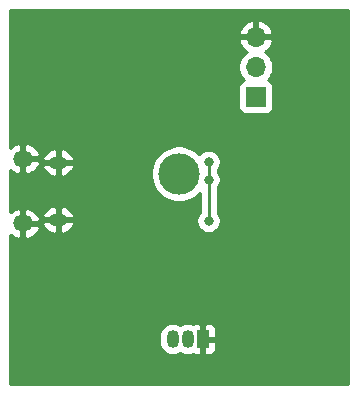
<source format=gbr>
G04 #@! TF.GenerationSoftware,KiCad,Pcbnew,(5.1.5)-3*
G04 #@! TF.CreationDate,2020-02-17T19:47:56+00:00*
G04 #@! TF.ProjectId,Pico-Telemetry,5069636f-2d54-4656-9c65-6d657472792e,rev?*
G04 #@! TF.SameCoordinates,Original*
G04 #@! TF.FileFunction,Copper,L2,Bot*
G04 #@! TF.FilePolarity,Positive*
%FSLAX46Y46*%
G04 Gerber Fmt 4.6, Leading zero omitted, Abs format (unit mm)*
G04 Created by KiCad (PCBNEW (5.1.5)-3) date 2020-02-17 19:47:56*
%MOMM*%
%LPD*%
G04 APERTURE LIST*
%ADD10O,1.050000X1.500000*%
%ADD11R,1.050000X1.500000*%
%ADD12C,3.500120*%
%ADD13O,1.500000X1.100000*%
%ADD14O,1.700000X1.350000*%
%ADD15R,1.700000X1.700000*%
%ADD16O,1.700000X1.700000*%
%ADD17C,0.800000*%
%ADD18C,0.250000*%
%ADD19C,0.254000*%
G04 APERTURE END LIST*
D10*
X179730000Y-107000000D03*
X178460000Y-107000000D03*
D11*
X181000000Y-107000000D03*
D12*
X179000000Y-93000000D03*
D13*
X168763000Y-92055000D03*
X168763000Y-96895000D03*
D14*
X165763000Y-91745000D03*
X165763000Y-97205000D03*
D15*
X185500000Y-86500000D03*
D16*
X185500000Y-83960000D03*
X185500000Y-81420000D03*
D17*
X188000000Y-96500000D03*
X185000000Y-96500000D03*
X181500000Y-93500000D03*
X181500000Y-92000000D03*
X181500000Y-97000000D03*
X174500000Y-99500000D03*
X170000000Y-88500000D03*
X178000000Y-84000000D03*
X181500000Y-84000000D03*
X178000000Y-89000000D03*
X188250000Y-109250000D03*
X170750000Y-109250000D03*
X189000000Y-81000000D03*
X186500000Y-95000000D03*
X185000000Y-93500000D03*
X188000000Y-93500000D03*
D18*
X181500000Y-92000000D02*
X181500000Y-93500000D01*
X181500000Y-93500000D02*
X181500000Y-97000000D01*
D19*
G36*
X193315001Y-110815000D02*
G01*
X164685000Y-110815000D01*
X164685000Y-106718021D01*
X177300000Y-106718021D01*
X177300000Y-107281978D01*
X177316785Y-107452399D01*
X177383115Y-107671059D01*
X177490829Y-107872578D01*
X177635788Y-108049212D01*
X177812421Y-108194171D01*
X178013940Y-108301885D01*
X178232600Y-108368215D01*
X178460000Y-108390612D01*
X178687399Y-108368215D01*
X178906059Y-108301885D01*
X179095000Y-108200894D01*
X179283940Y-108301885D01*
X179502600Y-108368215D01*
X179730000Y-108390612D01*
X179957399Y-108368215D01*
X180166098Y-108304907D01*
X180230820Y-108339502D01*
X180350518Y-108375812D01*
X180475000Y-108388072D01*
X180714250Y-108385000D01*
X180873000Y-108226250D01*
X180873000Y-107453109D01*
X180873215Y-107452400D01*
X180890000Y-107281979D01*
X180890000Y-107127000D01*
X181127000Y-107127000D01*
X181127000Y-108226250D01*
X181285750Y-108385000D01*
X181525000Y-108388072D01*
X181649482Y-108375812D01*
X181769180Y-108339502D01*
X181879494Y-108280537D01*
X181976185Y-108201185D01*
X182055537Y-108104494D01*
X182114502Y-107994180D01*
X182150812Y-107874482D01*
X182163072Y-107750000D01*
X182160000Y-107285750D01*
X182001250Y-107127000D01*
X181127000Y-107127000D01*
X180890000Y-107127000D01*
X180890000Y-106718022D01*
X180873215Y-106547601D01*
X180873000Y-106546892D01*
X180873000Y-105773750D01*
X181127000Y-105773750D01*
X181127000Y-106873000D01*
X182001250Y-106873000D01*
X182160000Y-106714250D01*
X182163072Y-106250000D01*
X182150812Y-106125518D01*
X182114502Y-106005820D01*
X182055537Y-105895506D01*
X181976185Y-105798815D01*
X181879494Y-105719463D01*
X181769180Y-105660498D01*
X181649482Y-105624188D01*
X181525000Y-105611928D01*
X181285750Y-105615000D01*
X181127000Y-105773750D01*
X180873000Y-105773750D01*
X180714250Y-105615000D01*
X180475000Y-105611928D01*
X180350518Y-105624188D01*
X180230820Y-105660498D01*
X180166098Y-105695093D01*
X179957400Y-105631785D01*
X179730000Y-105609388D01*
X179502601Y-105631785D01*
X179283941Y-105698115D01*
X179095001Y-105799106D01*
X178906060Y-105698115D01*
X178687400Y-105631785D01*
X178460000Y-105609388D01*
X178232601Y-105631785D01*
X178013941Y-105698115D01*
X177812422Y-105805829D01*
X177635789Y-105950788D01*
X177490830Y-106127421D01*
X177383115Y-106328940D01*
X177316785Y-106547600D01*
X177300000Y-106718021D01*
X164685000Y-106718021D01*
X164685000Y-98151640D01*
X164732441Y-98201250D01*
X164943239Y-98349019D01*
X165178815Y-98452824D01*
X165430116Y-98508675D01*
X165636000Y-98358573D01*
X165636000Y-97332000D01*
X165890000Y-97332000D01*
X165890000Y-98358573D01*
X166095884Y-98508675D01*
X166347185Y-98452824D01*
X166582761Y-98349019D01*
X166793559Y-98201250D01*
X166971478Y-98015196D01*
X167109681Y-97798007D01*
X167202857Y-97558029D01*
X167205910Y-97534400D01*
X167082224Y-97332000D01*
X165890000Y-97332000D01*
X165636000Y-97332000D01*
X165616000Y-97332000D01*
X165616000Y-97204744D01*
X167419197Y-97204744D01*
X167423989Y-97243526D01*
X167513869Y-97459039D01*
X167644066Y-97652877D01*
X167809578Y-97817590D01*
X168004043Y-97946848D01*
X168219989Y-98035684D01*
X168449116Y-98080684D01*
X168636000Y-97925152D01*
X168636000Y-97022000D01*
X168890000Y-97022000D01*
X168890000Y-97925152D01*
X169076884Y-98080684D01*
X169306011Y-98035684D01*
X169521957Y-97946848D01*
X169716422Y-97817590D01*
X169881934Y-97652877D01*
X170012131Y-97459039D01*
X170102011Y-97243526D01*
X170106803Y-97204744D01*
X169981361Y-97022000D01*
X168890000Y-97022000D01*
X168636000Y-97022000D01*
X167544639Y-97022000D01*
X167419197Y-97204744D01*
X165616000Y-97204744D01*
X165616000Y-97078000D01*
X165636000Y-97078000D01*
X165636000Y-96051427D01*
X165890000Y-96051427D01*
X165890000Y-97078000D01*
X167082224Y-97078000D01*
X167205910Y-96875600D01*
X167202857Y-96851971D01*
X167109681Y-96611993D01*
X167092668Y-96585256D01*
X167419197Y-96585256D01*
X167544639Y-96768000D01*
X168636000Y-96768000D01*
X168636000Y-95864848D01*
X168890000Y-95864848D01*
X168890000Y-96768000D01*
X169981361Y-96768000D01*
X170106803Y-96585256D01*
X170102011Y-96546474D01*
X170012131Y-96330961D01*
X169881934Y-96137123D01*
X169716422Y-95972410D01*
X169521957Y-95843152D01*
X169306011Y-95754316D01*
X169076884Y-95709316D01*
X168890000Y-95864848D01*
X168636000Y-95864848D01*
X168449116Y-95709316D01*
X168219989Y-95754316D01*
X168004043Y-95843152D01*
X167809578Y-95972410D01*
X167644066Y-96137123D01*
X167513869Y-96330961D01*
X167423989Y-96546474D01*
X167419197Y-96585256D01*
X167092668Y-96585256D01*
X166971478Y-96394804D01*
X166793559Y-96208750D01*
X166582761Y-96060981D01*
X166347185Y-95957176D01*
X166095884Y-95901325D01*
X165890000Y-96051427D01*
X165636000Y-96051427D01*
X165430116Y-95901325D01*
X165178815Y-95957176D01*
X164943239Y-96060981D01*
X164732441Y-96208750D01*
X164685000Y-96258360D01*
X164685000Y-92691640D01*
X164732441Y-92741250D01*
X164943239Y-92889019D01*
X165178815Y-92992824D01*
X165430116Y-93048675D01*
X165636000Y-92898573D01*
X165636000Y-91872000D01*
X165890000Y-91872000D01*
X165890000Y-92898573D01*
X166095884Y-93048675D01*
X166347185Y-92992824D01*
X166582761Y-92889019D01*
X166793559Y-92741250D01*
X166971478Y-92555196D01*
X167092667Y-92364744D01*
X167419197Y-92364744D01*
X167423989Y-92403526D01*
X167513869Y-92619039D01*
X167644066Y-92812877D01*
X167809578Y-92977590D01*
X168004043Y-93106848D01*
X168219989Y-93195684D01*
X168449116Y-93240684D01*
X168636000Y-93085152D01*
X168636000Y-92182000D01*
X168890000Y-92182000D01*
X168890000Y-93085152D01*
X169076884Y-93240684D01*
X169306011Y-93195684D01*
X169521957Y-93106848D01*
X169716422Y-92977590D01*
X169881934Y-92812877D01*
X169914030Y-92765092D01*
X176614940Y-92765092D01*
X176614940Y-93234908D01*
X176706597Y-93695696D01*
X176886387Y-94129749D01*
X177147403Y-94520387D01*
X177479613Y-94852597D01*
X177870251Y-95113613D01*
X178304304Y-95293403D01*
X178765092Y-95385060D01*
X179234908Y-95385060D01*
X179695696Y-95293403D01*
X180129749Y-95113613D01*
X180520387Y-94852597D01*
X180740000Y-94632984D01*
X180740001Y-96296288D01*
X180696063Y-96340226D01*
X180582795Y-96509744D01*
X180504774Y-96698102D01*
X180465000Y-96898061D01*
X180465000Y-97101939D01*
X180504774Y-97301898D01*
X180582795Y-97490256D01*
X180696063Y-97659774D01*
X180840226Y-97803937D01*
X181009744Y-97917205D01*
X181198102Y-97995226D01*
X181398061Y-98035000D01*
X181601939Y-98035000D01*
X181801898Y-97995226D01*
X181990256Y-97917205D01*
X182159774Y-97803937D01*
X182303937Y-97659774D01*
X182417205Y-97490256D01*
X182495226Y-97301898D01*
X182535000Y-97101939D01*
X182535000Y-96898061D01*
X182495226Y-96698102D01*
X182417205Y-96509744D01*
X182303937Y-96340226D01*
X182260000Y-96296289D01*
X182260000Y-94203711D01*
X182303937Y-94159774D01*
X182417205Y-93990256D01*
X182495226Y-93801898D01*
X182535000Y-93601939D01*
X182535000Y-93398061D01*
X182495226Y-93198102D01*
X182417205Y-93009744D01*
X182303937Y-92840226D01*
X182260000Y-92796289D01*
X182260000Y-92703711D01*
X182303937Y-92659774D01*
X182417205Y-92490256D01*
X182495226Y-92301898D01*
X182535000Y-92101939D01*
X182535000Y-91898061D01*
X182495226Y-91698102D01*
X182417205Y-91509744D01*
X182303937Y-91340226D01*
X182159774Y-91196063D01*
X181990256Y-91082795D01*
X181801898Y-91004774D01*
X181601939Y-90965000D01*
X181398061Y-90965000D01*
X181198102Y-91004774D01*
X181009744Y-91082795D01*
X180840226Y-91196063D01*
X180704637Y-91331653D01*
X180520387Y-91147403D01*
X180129749Y-90886387D01*
X179695696Y-90706597D01*
X179234908Y-90614940D01*
X178765092Y-90614940D01*
X178304304Y-90706597D01*
X177870251Y-90886387D01*
X177479613Y-91147403D01*
X177147403Y-91479613D01*
X176886387Y-91870251D01*
X176706597Y-92304304D01*
X176614940Y-92765092D01*
X169914030Y-92765092D01*
X170012131Y-92619039D01*
X170102011Y-92403526D01*
X170106803Y-92364744D01*
X169981361Y-92182000D01*
X168890000Y-92182000D01*
X168636000Y-92182000D01*
X167544639Y-92182000D01*
X167419197Y-92364744D01*
X167092667Y-92364744D01*
X167109681Y-92338007D01*
X167202857Y-92098029D01*
X167205910Y-92074400D01*
X167082224Y-91872000D01*
X165890000Y-91872000D01*
X165636000Y-91872000D01*
X165616000Y-91872000D01*
X165616000Y-91745256D01*
X167419197Y-91745256D01*
X167544639Y-91928000D01*
X168636000Y-91928000D01*
X168636000Y-91024848D01*
X168890000Y-91024848D01*
X168890000Y-91928000D01*
X169981361Y-91928000D01*
X170106803Y-91745256D01*
X170102011Y-91706474D01*
X170012131Y-91490961D01*
X169881934Y-91297123D01*
X169716422Y-91132410D01*
X169521957Y-91003152D01*
X169306011Y-90914316D01*
X169076884Y-90869316D01*
X168890000Y-91024848D01*
X168636000Y-91024848D01*
X168449116Y-90869316D01*
X168219989Y-90914316D01*
X168004043Y-91003152D01*
X167809578Y-91132410D01*
X167644066Y-91297123D01*
X167513869Y-91490961D01*
X167423989Y-91706474D01*
X167419197Y-91745256D01*
X165616000Y-91745256D01*
X165616000Y-91618000D01*
X165636000Y-91618000D01*
X165636000Y-90591427D01*
X165890000Y-90591427D01*
X165890000Y-91618000D01*
X167082224Y-91618000D01*
X167205910Y-91415600D01*
X167202857Y-91391971D01*
X167109681Y-91151993D01*
X166971478Y-90934804D01*
X166793559Y-90748750D01*
X166582761Y-90600981D01*
X166347185Y-90497176D01*
X166095884Y-90441325D01*
X165890000Y-90591427D01*
X165636000Y-90591427D01*
X165430116Y-90441325D01*
X165178815Y-90497176D01*
X164943239Y-90600981D01*
X164732441Y-90748750D01*
X164685000Y-90798360D01*
X164685000Y-85650000D01*
X184011928Y-85650000D01*
X184011928Y-87350000D01*
X184024188Y-87474482D01*
X184060498Y-87594180D01*
X184119463Y-87704494D01*
X184198815Y-87801185D01*
X184295506Y-87880537D01*
X184405820Y-87939502D01*
X184525518Y-87975812D01*
X184650000Y-87988072D01*
X186350000Y-87988072D01*
X186474482Y-87975812D01*
X186594180Y-87939502D01*
X186704494Y-87880537D01*
X186801185Y-87801185D01*
X186880537Y-87704494D01*
X186939502Y-87594180D01*
X186975812Y-87474482D01*
X186988072Y-87350000D01*
X186988072Y-85650000D01*
X186975812Y-85525518D01*
X186939502Y-85405820D01*
X186880537Y-85295506D01*
X186801185Y-85198815D01*
X186704494Y-85119463D01*
X186594180Y-85060498D01*
X186521620Y-85038487D01*
X186653475Y-84906632D01*
X186815990Y-84663411D01*
X186927932Y-84393158D01*
X186985000Y-84106260D01*
X186985000Y-83813740D01*
X186927932Y-83526842D01*
X186815990Y-83256589D01*
X186653475Y-83013368D01*
X186446632Y-82806525D01*
X186264466Y-82684805D01*
X186381355Y-82615178D01*
X186597588Y-82420269D01*
X186771641Y-82186920D01*
X186896825Y-81924099D01*
X186941476Y-81776890D01*
X186820155Y-81547000D01*
X185627000Y-81547000D01*
X185627000Y-81567000D01*
X185373000Y-81567000D01*
X185373000Y-81547000D01*
X184179845Y-81547000D01*
X184058524Y-81776890D01*
X184103175Y-81924099D01*
X184228359Y-82186920D01*
X184402412Y-82420269D01*
X184618645Y-82615178D01*
X184735534Y-82684805D01*
X184553368Y-82806525D01*
X184346525Y-83013368D01*
X184184010Y-83256589D01*
X184072068Y-83526842D01*
X184015000Y-83813740D01*
X184015000Y-84106260D01*
X184072068Y-84393158D01*
X184184010Y-84663411D01*
X184346525Y-84906632D01*
X184478380Y-85038487D01*
X184405820Y-85060498D01*
X184295506Y-85119463D01*
X184198815Y-85198815D01*
X184119463Y-85295506D01*
X184060498Y-85405820D01*
X184024188Y-85525518D01*
X184011928Y-85650000D01*
X164685000Y-85650000D01*
X164685000Y-81063110D01*
X184058524Y-81063110D01*
X184179845Y-81293000D01*
X185373000Y-81293000D01*
X185373000Y-80099186D01*
X185627000Y-80099186D01*
X185627000Y-81293000D01*
X186820155Y-81293000D01*
X186941476Y-81063110D01*
X186896825Y-80915901D01*
X186771641Y-80653080D01*
X186597588Y-80419731D01*
X186381355Y-80224822D01*
X186131252Y-80075843D01*
X185856891Y-79978519D01*
X185627000Y-80099186D01*
X185373000Y-80099186D01*
X185143109Y-79978519D01*
X184868748Y-80075843D01*
X184618645Y-80224822D01*
X184402412Y-80419731D01*
X184228359Y-80653080D01*
X184103175Y-80915901D01*
X184058524Y-81063110D01*
X164685000Y-81063110D01*
X164685000Y-79185000D01*
X193315000Y-79185000D01*
X193315001Y-110815000D01*
G37*
X193315001Y-110815000D02*
X164685000Y-110815000D01*
X164685000Y-106718021D01*
X177300000Y-106718021D01*
X177300000Y-107281978D01*
X177316785Y-107452399D01*
X177383115Y-107671059D01*
X177490829Y-107872578D01*
X177635788Y-108049212D01*
X177812421Y-108194171D01*
X178013940Y-108301885D01*
X178232600Y-108368215D01*
X178460000Y-108390612D01*
X178687399Y-108368215D01*
X178906059Y-108301885D01*
X179095000Y-108200894D01*
X179283940Y-108301885D01*
X179502600Y-108368215D01*
X179730000Y-108390612D01*
X179957399Y-108368215D01*
X180166098Y-108304907D01*
X180230820Y-108339502D01*
X180350518Y-108375812D01*
X180475000Y-108388072D01*
X180714250Y-108385000D01*
X180873000Y-108226250D01*
X180873000Y-107453109D01*
X180873215Y-107452400D01*
X180890000Y-107281979D01*
X180890000Y-107127000D01*
X181127000Y-107127000D01*
X181127000Y-108226250D01*
X181285750Y-108385000D01*
X181525000Y-108388072D01*
X181649482Y-108375812D01*
X181769180Y-108339502D01*
X181879494Y-108280537D01*
X181976185Y-108201185D01*
X182055537Y-108104494D01*
X182114502Y-107994180D01*
X182150812Y-107874482D01*
X182163072Y-107750000D01*
X182160000Y-107285750D01*
X182001250Y-107127000D01*
X181127000Y-107127000D01*
X180890000Y-107127000D01*
X180890000Y-106718022D01*
X180873215Y-106547601D01*
X180873000Y-106546892D01*
X180873000Y-105773750D01*
X181127000Y-105773750D01*
X181127000Y-106873000D01*
X182001250Y-106873000D01*
X182160000Y-106714250D01*
X182163072Y-106250000D01*
X182150812Y-106125518D01*
X182114502Y-106005820D01*
X182055537Y-105895506D01*
X181976185Y-105798815D01*
X181879494Y-105719463D01*
X181769180Y-105660498D01*
X181649482Y-105624188D01*
X181525000Y-105611928D01*
X181285750Y-105615000D01*
X181127000Y-105773750D01*
X180873000Y-105773750D01*
X180714250Y-105615000D01*
X180475000Y-105611928D01*
X180350518Y-105624188D01*
X180230820Y-105660498D01*
X180166098Y-105695093D01*
X179957400Y-105631785D01*
X179730000Y-105609388D01*
X179502601Y-105631785D01*
X179283941Y-105698115D01*
X179095001Y-105799106D01*
X178906060Y-105698115D01*
X178687400Y-105631785D01*
X178460000Y-105609388D01*
X178232601Y-105631785D01*
X178013941Y-105698115D01*
X177812422Y-105805829D01*
X177635789Y-105950788D01*
X177490830Y-106127421D01*
X177383115Y-106328940D01*
X177316785Y-106547600D01*
X177300000Y-106718021D01*
X164685000Y-106718021D01*
X164685000Y-98151640D01*
X164732441Y-98201250D01*
X164943239Y-98349019D01*
X165178815Y-98452824D01*
X165430116Y-98508675D01*
X165636000Y-98358573D01*
X165636000Y-97332000D01*
X165890000Y-97332000D01*
X165890000Y-98358573D01*
X166095884Y-98508675D01*
X166347185Y-98452824D01*
X166582761Y-98349019D01*
X166793559Y-98201250D01*
X166971478Y-98015196D01*
X167109681Y-97798007D01*
X167202857Y-97558029D01*
X167205910Y-97534400D01*
X167082224Y-97332000D01*
X165890000Y-97332000D01*
X165636000Y-97332000D01*
X165616000Y-97332000D01*
X165616000Y-97204744D01*
X167419197Y-97204744D01*
X167423989Y-97243526D01*
X167513869Y-97459039D01*
X167644066Y-97652877D01*
X167809578Y-97817590D01*
X168004043Y-97946848D01*
X168219989Y-98035684D01*
X168449116Y-98080684D01*
X168636000Y-97925152D01*
X168636000Y-97022000D01*
X168890000Y-97022000D01*
X168890000Y-97925152D01*
X169076884Y-98080684D01*
X169306011Y-98035684D01*
X169521957Y-97946848D01*
X169716422Y-97817590D01*
X169881934Y-97652877D01*
X170012131Y-97459039D01*
X170102011Y-97243526D01*
X170106803Y-97204744D01*
X169981361Y-97022000D01*
X168890000Y-97022000D01*
X168636000Y-97022000D01*
X167544639Y-97022000D01*
X167419197Y-97204744D01*
X165616000Y-97204744D01*
X165616000Y-97078000D01*
X165636000Y-97078000D01*
X165636000Y-96051427D01*
X165890000Y-96051427D01*
X165890000Y-97078000D01*
X167082224Y-97078000D01*
X167205910Y-96875600D01*
X167202857Y-96851971D01*
X167109681Y-96611993D01*
X167092668Y-96585256D01*
X167419197Y-96585256D01*
X167544639Y-96768000D01*
X168636000Y-96768000D01*
X168636000Y-95864848D01*
X168890000Y-95864848D01*
X168890000Y-96768000D01*
X169981361Y-96768000D01*
X170106803Y-96585256D01*
X170102011Y-96546474D01*
X170012131Y-96330961D01*
X169881934Y-96137123D01*
X169716422Y-95972410D01*
X169521957Y-95843152D01*
X169306011Y-95754316D01*
X169076884Y-95709316D01*
X168890000Y-95864848D01*
X168636000Y-95864848D01*
X168449116Y-95709316D01*
X168219989Y-95754316D01*
X168004043Y-95843152D01*
X167809578Y-95972410D01*
X167644066Y-96137123D01*
X167513869Y-96330961D01*
X167423989Y-96546474D01*
X167419197Y-96585256D01*
X167092668Y-96585256D01*
X166971478Y-96394804D01*
X166793559Y-96208750D01*
X166582761Y-96060981D01*
X166347185Y-95957176D01*
X166095884Y-95901325D01*
X165890000Y-96051427D01*
X165636000Y-96051427D01*
X165430116Y-95901325D01*
X165178815Y-95957176D01*
X164943239Y-96060981D01*
X164732441Y-96208750D01*
X164685000Y-96258360D01*
X164685000Y-92691640D01*
X164732441Y-92741250D01*
X164943239Y-92889019D01*
X165178815Y-92992824D01*
X165430116Y-93048675D01*
X165636000Y-92898573D01*
X165636000Y-91872000D01*
X165890000Y-91872000D01*
X165890000Y-92898573D01*
X166095884Y-93048675D01*
X166347185Y-92992824D01*
X166582761Y-92889019D01*
X166793559Y-92741250D01*
X166971478Y-92555196D01*
X167092667Y-92364744D01*
X167419197Y-92364744D01*
X167423989Y-92403526D01*
X167513869Y-92619039D01*
X167644066Y-92812877D01*
X167809578Y-92977590D01*
X168004043Y-93106848D01*
X168219989Y-93195684D01*
X168449116Y-93240684D01*
X168636000Y-93085152D01*
X168636000Y-92182000D01*
X168890000Y-92182000D01*
X168890000Y-93085152D01*
X169076884Y-93240684D01*
X169306011Y-93195684D01*
X169521957Y-93106848D01*
X169716422Y-92977590D01*
X169881934Y-92812877D01*
X169914030Y-92765092D01*
X176614940Y-92765092D01*
X176614940Y-93234908D01*
X176706597Y-93695696D01*
X176886387Y-94129749D01*
X177147403Y-94520387D01*
X177479613Y-94852597D01*
X177870251Y-95113613D01*
X178304304Y-95293403D01*
X178765092Y-95385060D01*
X179234908Y-95385060D01*
X179695696Y-95293403D01*
X180129749Y-95113613D01*
X180520387Y-94852597D01*
X180740000Y-94632984D01*
X180740001Y-96296288D01*
X180696063Y-96340226D01*
X180582795Y-96509744D01*
X180504774Y-96698102D01*
X180465000Y-96898061D01*
X180465000Y-97101939D01*
X180504774Y-97301898D01*
X180582795Y-97490256D01*
X180696063Y-97659774D01*
X180840226Y-97803937D01*
X181009744Y-97917205D01*
X181198102Y-97995226D01*
X181398061Y-98035000D01*
X181601939Y-98035000D01*
X181801898Y-97995226D01*
X181990256Y-97917205D01*
X182159774Y-97803937D01*
X182303937Y-97659774D01*
X182417205Y-97490256D01*
X182495226Y-97301898D01*
X182535000Y-97101939D01*
X182535000Y-96898061D01*
X182495226Y-96698102D01*
X182417205Y-96509744D01*
X182303937Y-96340226D01*
X182260000Y-96296289D01*
X182260000Y-94203711D01*
X182303937Y-94159774D01*
X182417205Y-93990256D01*
X182495226Y-93801898D01*
X182535000Y-93601939D01*
X182535000Y-93398061D01*
X182495226Y-93198102D01*
X182417205Y-93009744D01*
X182303937Y-92840226D01*
X182260000Y-92796289D01*
X182260000Y-92703711D01*
X182303937Y-92659774D01*
X182417205Y-92490256D01*
X182495226Y-92301898D01*
X182535000Y-92101939D01*
X182535000Y-91898061D01*
X182495226Y-91698102D01*
X182417205Y-91509744D01*
X182303937Y-91340226D01*
X182159774Y-91196063D01*
X181990256Y-91082795D01*
X181801898Y-91004774D01*
X181601939Y-90965000D01*
X181398061Y-90965000D01*
X181198102Y-91004774D01*
X181009744Y-91082795D01*
X180840226Y-91196063D01*
X180704637Y-91331653D01*
X180520387Y-91147403D01*
X180129749Y-90886387D01*
X179695696Y-90706597D01*
X179234908Y-90614940D01*
X178765092Y-90614940D01*
X178304304Y-90706597D01*
X177870251Y-90886387D01*
X177479613Y-91147403D01*
X177147403Y-91479613D01*
X176886387Y-91870251D01*
X176706597Y-92304304D01*
X176614940Y-92765092D01*
X169914030Y-92765092D01*
X170012131Y-92619039D01*
X170102011Y-92403526D01*
X170106803Y-92364744D01*
X169981361Y-92182000D01*
X168890000Y-92182000D01*
X168636000Y-92182000D01*
X167544639Y-92182000D01*
X167419197Y-92364744D01*
X167092667Y-92364744D01*
X167109681Y-92338007D01*
X167202857Y-92098029D01*
X167205910Y-92074400D01*
X167082224Y-91872000D01*
X165890000Y-91872000D01*
X165636000Y-91872000D01*
X165616000Y-91872000D01*
X165616000Y-91745256D01*
X167419197Y-91745256D01*
X167544639Y-91928000D01*
X168636000Y-91928000D01*
X168636000Y-91024848D01*
X168890000Y-91024848D01*
X168890000Y-91928000D01*
X169981361Y-91928000D01*
X170106803Y-91745256D01*
X170102011Y-91706474D01*
X170012131Y-91490961D01*
X169881934Y-91297123D01*
X169716422Y-91132410D01*
X169521957Y-91003152D01*
X169306011Y-90914316D01*
X169076884Y-90869316D01*
X168890000Y-91024848D01*
X168636000Y-91024848D01*
X168449116Y-90869316D01*
X168219989Y-90914316D01*
X168004043Y-91003152D01*
X167809578Y-91132410D01*
X167644066Y-91297123D01*
X167513869Y-91490961D01*
X167423989Y-91706474D01*
X167419197Y-91745256D01*
X165616000Y-91745256D01*
X165616000Y-91618000D01*
X165636000Y-91618000D01*
X165636000Y-90591427D01*
X165890000Y-90591427D01*
X165890000Y-91618000D01*
X167082224Y-91618000D01*
X167205910Y-91415600D01*
X167202857Y-91391971D01*
X167109681Y-91151993D01*
X166971478Y-90934804D01*
X166793559Y-90748750D01*
X166582761Y-90600981D01*
X166347185Y-90497176D01*
X166095884Y-90441325D01*
X165890000Y-90591427D01*
X165636000Y-90591427D01*
X165430116Y-90441325D01*
X165178815Y-90497176D01*
X164943239Y-90600981D01*
X164732441Y-90748750D01*
X164685000Y-90798360D01*
X164685000Y-85650000D01*
X184011928Y-85650000D01*
X184011928Y-87350000D01*
X184024188Y-87474482D01*
X184060498Y-87594180D01*
X184119463Y-87704494D01*
X184198815Y-87801185D01*
X184295506Y-87880537D01*
X184405820Y-87939502D01*
X184525518Y-87975812D01*
X184650000Y-87988072D01*
X186350000Y-87988072D01*
X186474482Y-87975812D01*
X186594180Y-87939502D01*
X186704494Y-87880537D01*
X186801185Y-87801185D01*
X186880537Y-87704494D01*
X186939502Y-87594180D01*
X186975812Y-87474482D01*
X186988072Y-87350000D01*
X186988072Y-85650000D01*
X186975812Y-85525518D01*
X186939502Y-85405820D01*
X186880537Y-85295506D01*
X186801185Y-85198815D01*
X186704494Y-85119463D01*
X186594180Y-85060498D01*
X186521620Y-85038487D01*
X186653475Y-84906632D01*
X186815990Y-84663411D01*
X186927932Y-84393158D01*
X186985000Y-84106260D01*
X186985000Y-83813740D01*
X186927932Y-83526842D01*
X186815990Y-83256589D01*
X186653475Y-83013368D01*
X186446632Y-82806525D01*
X186264466Y-82684805D01*
X186381355Y-82615178D01*
X186597588Y-82420269D01*
X186771641Y-82186920D01*
X186896825Y-81924099D01*
X186941476Y-81776890D01*
X186820155Y-81547000D01*
X185627000Y-81547000D01*
X185627000Y-81567000D01*
X185373000Y-81567000D01*
X185373000Y-81547000D01*
X184179845Y-81547000D01*
X184058524Y-81776890D01*
X184103175Y-81924099D01*
X184228359Y-82186920D01*
X184402412Y-82420269D01*
X184618645Y-82615178D01*
X184735534Y-82684805D01*
X184553368Y-82806525D01*
X184346525Y-83013368D01*
X184184010Y-83256589D01*
X184072068Y-83526842D01*
X184015000Y-83813740D01*
X184015000Y-84106260D01*
X184072068Y-84393158D01*
X184184010Y-84663411D01*
X184346525Y-84906632D01*
X184478380Y-85038487D01*
X184405820Y-85060498D01*
X184295506Y-85119463D01*
X184198815Y-85198815D01*
X184119463Y-85295506D01*
X184060498Y-85405820D01*
X184024188Y-85525518D01*
X184011928Y-85650000D01*
X164685000Y-85650000D01*
X164685000Y-81063110D01*
X184058524Y-81063110D01*
X184179845Y-81293000D01*
X185373000Y-81293000D01*
X185373000Y-80099186D01*
X185627000Y-80099186D01*
X185627000Y-81293000D01*
X186820155Y-81293000D01*
X186941476Y-81063110D01*
X186896825Y-80915901D01*
X186771641Y-80653080D01*
X186597588Y-80419731D01*
X186381355Y-80224822D01*
X186131252Y-80075843D01*
X185856891Y-79978519D01*
X185627000Y-80099186D01*
X185373000Y-80099186D01*
X185143109Y-79978519D01*
X184868748Y-80075843D01*
X184618645Y-80224822D01*
X184402412Y-80419731D01*
X184228359Y-80653080D01*
X184103175Y-80915901D01*
X184058524Y-81063110D01*
X164685000Y-81063110D01*
X164685000Y-79185000D01*
X193315000Y-79185000D01*
X193315001Y-110815000D01*
M02*

</source>
